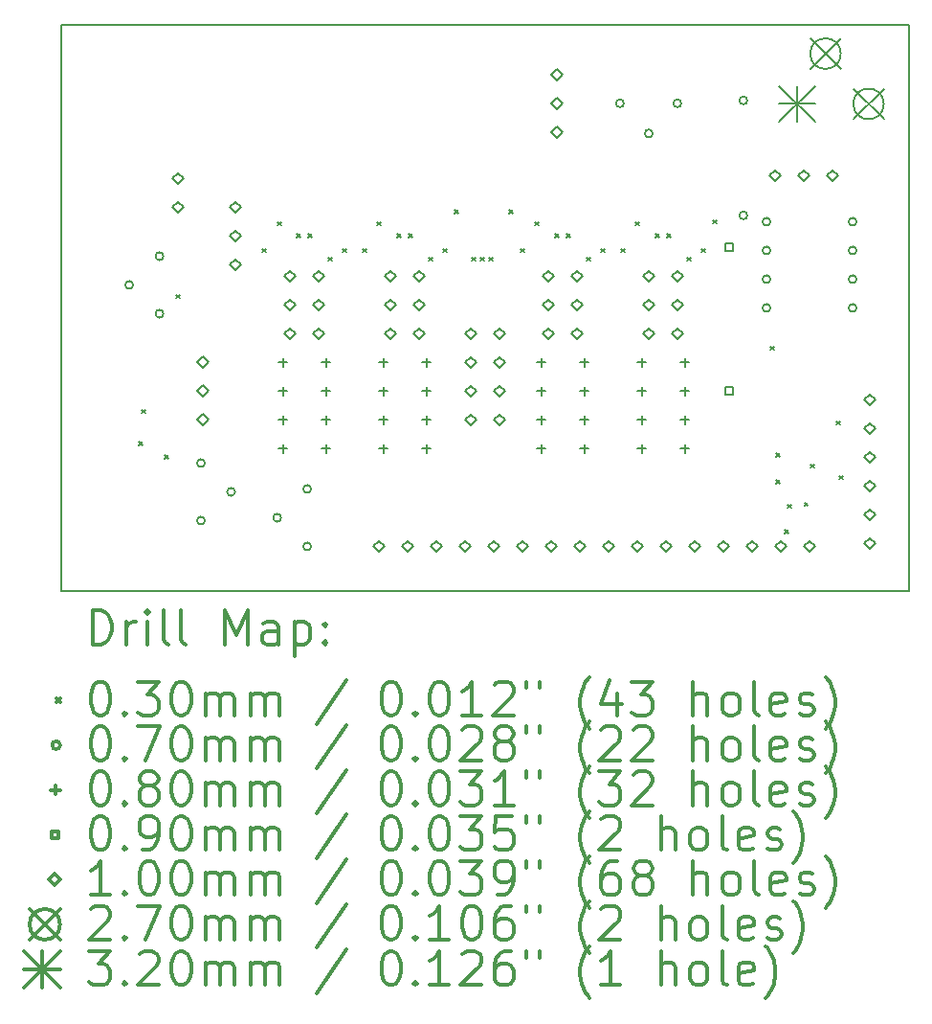
<source format=gbr>
%FSLAX45Y45*%
G04 Gerber Fmt 4.5, Leading zero omitted, Abs format (unit mm)*
G04 Created by KiCad (PCBNEW (5.0.2)-1) date 06/05/19 14:46:51*
%MOMM*%
%LPD*%
G01*
G04 APERTURE LIST*
%ADD10C,0.200000*%
%ADD11C,0.300000*%
G04 APERTURE END LIST*
D10*
X13094600Y-8366000D02*
X13094600Y-3366000D01*
X5594600Y-8366000D02*
X13094600Y-8366000D01*
X5594600Y-3366000D02*
X5594600Y-8366000D01*
X13094600Y-3366000D02*
X5594600Y-3366000D01*
D10*
X6282804Y-7051236D02*
X6312804Y-7081236D01*
X6312804Y-7051236D02*
X6282804Y-7081236D01*
X6309600Y-6766800D02*
X6339600Y-6796800D01*
X6339600Y-6766800D02*
X6309600Y-6796800D01*
X6512800Y-7167320D02*
X6542800Y-7197320D01*
X6542800Y-7167320D02*
X6512800Y-7197320D01*
X6614400Y-5750800D02*
X6644400Y-5780800D01*
X6644400Y-5750800D02*
X6614400Y-5780800D01*
X7376400Y-5344400D02*
X7406400Y-5374400D01*
X7406400Y-5344400D02*
X7376400Y-5374400D01*
X7512000Y-5107240D02*
X7542000Y-5137240D01*
X7542000Y-5107240D02*
X7512000Y-5137240D01*
X7681200Y-5213760D02*
X7711200Y-5243760D01*
X7711200Y-5213760D02*
X7681200Y-5243760D01*
X7782800Y-5213760D02*
X7812800Y-5243760D01*
X7812800Y-5213760D02*
X7782800Y-5243760D01*
X7960600Y-5420600D02*
X7990600Y-5450600D01*
X7990600Y-5420600D02*
X7960600Y-5450600D01*
X8087600Y-5344400D02*
X8117600Y-5374400D01*
X8117600Y-5344400D02*
X8087600Y-5374400D01*
X8265400Y-5344400D02*
X8295400Y-5374400D01*
X8295400Y-5344400D02*
X8265400Y-5374400D01*
X8392400Y-5107240D02*
X8422400Y-5137240D01*
X8422400Y-5107240D02*
X8392400Y-5137240D01*
X8570200Y-5213760D02*
X8600200Y-5243760D01*
X8600200Y-5213760D02*
X8570200Y-5243760D01*
X8671800Y-5213760D02*
X8701800Y-5243760D01*
X8701800Y-5213760D02*
X8671800Y-5243760D01*
X8849600Y-5420600D02*
X8879600Y-5450600D01*
X8879600Y-5420600D02*
X8849600Y-5450600D01*
X8976600Y-5344400D02*
X9006600Y-5374400D01*
X9006600Y-5344400D02*
X8976600Y-5374400D01*
X9078200Y-5002000D02*
X9108200Y-5032000D01*
X9108200Y-5002000D02*
X9078200Y-5032000D01*
X9230600Y-5420600D02*
X9260600Y-5450600D01*
X9260600Y-5420600D02*
X9230600Y-5450600D01*
X9306800Y-5420600D02*
X9336800Y-5450600D01*
X9336800Y-5420600D02*
X9306800Y-5450600D01*
X9383000Y-5420600D02*
X9413000Y-5450600D01*
X9413000Y-5420600D02*
X9383000Y-5450600D01*
X9560800Y-5002000D02*
X9590800Y-5032000D01*
X9590800Y-5002000D02*
X9560800Y-5032000D01*
X9662400Y-5344400D02*
X9692400Y-5374400D01*
X9692400Y-5344400D02*
X9662400Y-5374400D01*
X9789400Y-5107240D02*
X9819400Y-5137240D01*
X9819400Y-5107240D02*
X9789400Y-5137240D01*
X9967200Y-5213760D02*
X9997200Y-5243760D01*
X9997200Y-5213760D02*
X9967200Y-5243760D01*
X10068800Y-5213760D02*
X10098800Y-5243760D01*
X10098800Y-5213760D02*
X10068800Y-5243760D01*
X10246600Y-5420600D02*
X10276600Y-5450600D01*
X10276600Y-5420600D02*
X10246600Y-5450600D01*
X10373600Y-5344400D02*
X10403600Y-5374400D01*
X10403600Y-5344400D02*
X10373600Y-5374400D01*
X10551400Y-5344400D02*
X10581400Y-5374400D01*
X10581400Y-5344400D02*
X10551400Y-5374400D01*
X10678400Y-5107240D02*
X10708400Y-5137240D01*
X10708400Y-5107240D02*
X10678400Y-5137240D01*
X10856200Y-5213760D02*
X10886200Y-5243760D01*
X10886200Y-5213760D02*
X10856200Y-5243760D01*
X10957800Y-5213760D02*
X10987800Y-5243760D01*
X10987800Y-5213760D02*
X10957800Y-5243760D01*
X11135600Y-5420600D02*
X11165600Y-5450600D01*
X11165600Y-5420600D02*
X11135600Y-5450600D01*
X11262600Y-5344400D02*
X11292600Y-5374400D01*
X11292600Y-5344400D02*
X11262600Y-5374400D01*
X11364200Y-5090400D02*
X11394200Y-5120400D01*
X11394200Y-5090400D02*
X11364200Y-5120400D01*
X11872200Y-6208000D02*
X11902200Y-6238000D01*
X11902200Y-6208000D02*
X11872200Y-6238000D01*
X11921531Y-7150614D02*
X11951531Y-7180614D01*
X11951531Y-7150614D02*
X11921531Y-7180614D01*
X11923000Y-7387760D02*
X11953000Y-7417760D01*
X11953000Y-7387760D02*
X11923000Y-7417760D01*
X11997480Y-7830160D02*
X12027480Y-7860160D01*
X12027480Y-7830160D02*
X11997480Y-7860160D01*
X12024600Y-7605000D02*
X12054600Y-7635000D01*
X12054600Y-7605000D02*
X12024600Y-7635000D01*
X12169880Y-7589085D02*
X12199880Y-7619085D01*
X12199880Y-7589085D02*
X12169880Y-7619085D01*
X12227800Y-7249400D02*
X12257800Y-7279400D01*
X12257800Y-7249400D02*
X12227800Y-7279400D01*
X12456400Y-6868400D02*
X12486400Y-6898400D01*
X12486400Y-6868400D02*
X12456400Y-6898400D01*
X12481800Y-7351000D02*
X12511800Y-7381000D01*
X12511800Y-7351000D02*
X12481800Y-7381000D01*
X10573980Y-4059100D02*
G75*
G03X10573980Y-4059100I-35000J0D01*
G01*
X10827980Y-4325800D02*
G75*
G03X10827980Y-4325800I-35000J0D01*
G01*
X11081980Y-4059100D02*
G75*
G03X11081980Y-4059100I-35000J0D01*
G01*
X6232600Y-5664200D02*
G75*
G03X6232600Y-5664200I-35000J0D01*
G01*
X6499300Y-5410200D02*
G75*
G03X6499300Y-5410200I-35000J0D01*
G01*
X6499300Y-5918200D02*
G75*
G03X6499300Y-5918200I-35000J0D01*
G01*
X7540700Y-7721600D02*
G75*
G03X7540700Y-7721600I-35000J0D01*
G01*
X7807400Y-7467600D02*
G75*
G03X7807400Y-7467600I-35000J0D01*
G01*
X7807400Y-7975600D02*
G75*
G03X7807400Y-7975600I-35000J0D01*
G01*
X11871400Y-5105400D02*
G75*
G03X11871400Y-5105400I-35000J0D01*
G01*
X11871400Y-5359400D02*
G75*
G03X11871400Y-5359400I-35000J0D01*
G01*
X11871400Y-5613400D02*
G75*
G03X11871400Y-5613400I-35000J0D01*
G01*
X11871400Y-5867400D02*
G75*
G03X11871400Y-5867400I-35000J0D01*
G01*
X12633400Y-5105400D02*
G75*
G03X12633400Y-5105400I-35000J0D01*
G01*
X12633400Y-5359400D02*
G75*
G03X12633400Y-5359400I-35000J0D01*
G01*
X12633400Y-5613400D02*
G75*
G03X12633400Y-5613400I-35000J0D01*
G01*
X12633400Y-5867400D02*
G75*
G03X12633400Y-5867400I-35000J0D01*
G01*
X6865580Y-7239000D02*
G75*
G03X6865580Y-7239000I-35000J0D01*
G01*
X6865580Y-7747000D02*
G75*
G03X6865580Y-7747000I-35000J0D01*
G01*
X7132280Y-7493000D02*
G75*
G03X7132280Y-7493000I-35000J0D01*
G01*
X11666180Y-4033700D02*
G75*
G03X11666180Y-4033700I-35000J0D01*
G01*
X11666180Y-5049700D02*
G75*
G03X11666180Y-5049700I-35000J0D01*
G01*
X10731500Y-6310000D02*
X10731500Y-6390000D01*
X10691500Y-6350000D02*
X10771500Y-6350000D01*
X10731500Y-6564000D02*
X10731500Y-6644000D01*
X10691500Y-6604000D02*
X10771500Y-6604000D01*
X8445500Y-6818000D02*
X8445500Y-6898000D01*
X8405500Y-6858000D02*
X8485500Y-6858000D01*
X8445500Y-7072000D02*
X8445500Y-7152000D01*
X8405500Y-7112000D02*
X8485500Y-7112000D01*
X10223500Y-6310000D02*
X10223500Y-6390000D01*
X10183500Y-6350000D02*
X10263500Y-6350000D01*
X10223500Y-6564000D02*
X10223500Y-6644000D01*
X10183500Y-6604000D02*
X10263500Y-6604000D01*
X11112500Y-6310000D02*
X11112500Y-6390000D01*
X11072500Y-6350000D02*
X11152500Y-6350000D01*
X11112500Y-6564000D02*
X11112500Y-6644000D01*
X11072500Y-6604000D02*
X11152500Y-6604000D01*
X11112500Y-6818000D02*
X11112500Y-6898000D01*
X11072500Y-6858000D02*
X11152500Y-6858000D01*
X11112500Y-7072000D02*
X11112500Y-7152000D01*
X11072500Y-7112000D02*
X11152500Y-7112000D01*
X9842500Y-6310000D02*
X9842500Y-6390000D01*
X9802500Y-6350000D02*
X9882500Y-6350000D01*
X9842500Y-6564000D02*
X9842500Y-6644000D01*
X9802500Y-6604000D02*
X9882500Y-6604000D01*
X7937500Y-6310000D02*
X7937500Y-6390000D01*
X7897500Y-6350000D02*
X7977500Y-6350000D01*
X7937500Y-6564000D02*
X7937500Y-6644000D01*
X7897500Y-6604000D02*
X7977500Y-6604000D01*
X10223500Y-6818000D02*
X10223500Y-6898000D01*
X10183500Y-6858000D02*
X10263500Y-6858000D01*
X10223500Y-7072000D02*
X10223500Y-7152000D01*
X10183500Y-7112000D02*
X10263500Y-7112000D01*
X7937500Y-6818000D02*
X7937500Y-6898000D01*
X7897500Y-6858000D02*
X7977500Y-6858000D01*
X7937500Y-7072000D02*
X7937500Y-7152000D01*
X7897500Y-7112000D02*
X7977500Y-7112000D01*
X7556500Y-6310000D02*
X7556500Y-6390000D01*
X7516500Y-6350000D02*
X7596500Y-6350000D01*
X7556500Y-6564000D02*
X7556500Y-6644000D01*
X7516500Y-6604000D02*
X7596500Y-6604000D01*
X8445500Y-6310000D02*
X8445500Y-6390000D01*
X8405500Y-6350000D02*
X8485500Y-6350000D01*
X8445500Y-6564000D02*
X8445500Y-6644000D01*
X8405500Y-6604000D02*
X8485500Y-6604000D01*
X9842500Y-6818000D02*
X9842500Y-6898000D01*
X9802500Y-6858000D02*
X9882500Y-6858000D01*
X9842500Y-7072000D02*
X9842500Y-7152000D01*
X9802500Y-7112000D02*
X9882500Y-7112000D01*
X7556500Y-6818000D02*
X7556500Y-6898000D01*
X7516500Y-6858000D02*
X7596500Y-6858000D01*
X7556500Y-7072000D02*
X7556500Y-7152000D01*
X7516500Y-7112000D02*
X7596500Y-7112000D01*
X10731500Y-6818000D02*
X10731500Y-6898000D01*
X10691500Y-6858000D02*
X10771500Y-6858000D01*
X10731500Y-7072000D02*
X10731500Y-7152000D01*
X10691500Y-7112000D02*
X10771500Y-7112000D01*
X8826500Y-6818000D02*
X8826500Y-6898000D01*
X8786500Y-6858000D02*
X8866500Y-6858000D01*
X8826500Y-7072000D02*
X8826500Y-7152000D01*
X8786500Y-7112000D02*
X8866500Y-7112000D01*
X8826500Y-6310000D02*
X8826500Y-6390000D01*
X8786500Y-6350000D02*
X8866500Y-6350000D01*
X8826500Y-6564000D02*
X8826500Y-6644000D01*
X8786500Y-6604000D02*
X8866500Y-6604000D01*
X11536000Y-5360920D02*
X11536000Y-5297280D01*
X11472360Y-5297280D01*
X11472360Y-5360920D01*
X11536000Y-5360920D01*
X11536000Y-6630920D02*
X11536000Y-6567280D01*
X11472360Y-6567280D01*
X11472360Y-6630920D01*
X11536000Y-6630920D01*
X8407400Y-8025600D02*
X8457400Y-7975600D01*
X8407400Y-7925600D01*
X8357400Y-7975600D01*
X8407400Y-8025600D01*
X8661400Y-8025600D02*
X8711400Y-7975600D01*
X8661400Y-7925600D01*
X8611400Y-7975600D01*
X8661400Y-8025600D01*
X8915400Y-8025600D02*
X8965400Y-7975600D01*
X8915400Y-7925600D01*
X8865400Y-7975600D01*
X8915400Y-8025600D01*
X9169400Y-8025600D02*
X9219400Y-7975600D01*
X9169400Y-7925600D01*
X9119400Y-7975600D01*
X9169400Y-8025600D01*
X9423400Y-8025600D02*
X9473400Y-7975600D01*
X9423400Y-7925600D01*
X9373400Y-7975600D01*
X9423400Y-8025600D01*
X9677400Y-8025600D02*
X9727400Y-7975600D01*
X9677400Y-7925600D01*
X9627400Y-7975600D01*
X9677400Y-8025600D01*
X9931400Y-8025600D02*
X9981400Y-7975600D01*
X9931400Y-7925600D01*
X9881400Y-7975600D01*
X9931400Y-8025600D01*
X10185400Y-8025600D02*
X10235400Y-7975600D01*
X10185400Y-7925600D01*
X10135400Y-7975600D01*
X10185400Y-8025600D01*
X10439400Y-8025600D02*
X10489400Y-7975600D01*
X10439400Y-7925600D01*
X10389400Y-7975600D01*
X10439400Y-8025600D01*
X10693400Y-8025600D02*
X10743400Y-7975600D01*
X10693400Y-7925600D01*
X10643400Y-7975600D01*
X10693400Y-8025600D01*
X10947400Y-8025600D02*
X10997400Y-7975600D01*
X10947400Y-7925600D01*
X10897400Y-7975600D01*
X10947400Y-8025600D01*
X11201400Y-8025600D02*
X11251400Y-7975600D01*
X11201400Y-7925600D01*
X11151400Y-7975600D01*
X11201400Y-8025600D01*
X11455400Y-8025600D02*
X11505400Y-7975600D01*
X11455400Y-7925600D01*
X11405400Y-7975600D01*
X11455400Y-8025600D01*
X11709400Y-8025600D02*
X11759400Y-7975600D01*
X11709400Y-7925600D01*
X11659400Y-7975600D01*
X11709400Y-8025600D01*
X11963400Y-8025600D02*
X12013400Y-7975600D01*
X11963400Y-7925600D01*
X11913400Y-7975600D01*
X11963400Y-8025600D01*
X12217400Y-8025600D02*
X12267400Y-7975600D01*
X12217400Y-7925600D01*
X12167400Y-7975600D01*
X12217400Y-8025600D01*
X7620000Y-5638000D02*
X7670000Y-5588000D01*
X7620000Y-5538000D01*
X7570000Y-5588000D01*
X7620000Y-5638000D01*
X7620000Y-5892000D02*
X7670000Y-5842000D01*
X7620000Y-5792000D01*
X7570000Y-5842000D01*
X7620000Y-5892000D01*
X7620000Y-6146000D02*
X7670000Y-6096000D01*
X7620000Y-6046000D01*
X7570000Y-6096000D01*
X7620000Y-6146000D01*
X11049000Y-5638000D02*
X11099000Y-5588000D01*
X11049000Y-5538000D01*
X10999000Y-5588000D01*
X11049000Y-5638000D01*
X11049000Y-5892000D02*
X11099000Y-5842000D01*
X11049000Y-5792000D01*
X10999000Y-5842000D01*
X11049000Y-5892000D01*
X11049000Y-6146000D02*
X11099000Y-6096000D01*
X11049000Y-6046000D01*
X10999000Y-6096000D01*
X11049000Y-6146000D01*
X9980180Y-3855100D02*
X10030180Y-3805100D01*
X9980180Y-3755100D01*
X9930180Y-3805100D01*
X9980180Y-3855100D01*
X9980180Y-4109100D02*
X10030180Y-4059100D01*
X9980180Y-4009100D01*
X9930180Y-4059100D01*
X9980180Y-4109100D01*
X9980180Y-4363100D02*
X10030180Y-4313100D01*
X9980180Y-4263100D01*
X9930180Y-4313100D01*
X9980180Y-4363100D01*
X7137400Y-5028400D02*
X7187400Y-4978400D01*
X7137400Y-4928400D01*
X7087400Y-4978400D01*
X7137400Y-5028400D01*
X7137400Y-5282400D02*
X7187400Y-5232400D01*
X7137400Y-5182400D01*
X7087400Y-5232400D01*
X7137400Y-5282400D01*
X7137400Y-5536400D02*
X7187400Y-5486400D01*
X7137400Y-5436400D01*
X7087400Y-5486400D01*
X7137400Y-5536400D01*
X12750800Y-6730200D02*
X12800800Y-6680200D01*
X12750800Y-6630200D01*
X12700800Y-6680200D01*
X12750800Y-6730200D01*
X12750800Y-6984200D02*
X12800800Y-6934200D01*
X12750800Y-6884200D01*
X12700800Y-6934200D01*
X12750800Y-6984200D01*
X12750800Y-7238200D02*
X12800800Y-7188200D01*
X12750800Y-7138200D01*
X12700800Y-7188200D01*
X12750800Y-7238200D01*
X12750800Y-7492200D02*
X12800800Y-7442200D01*
X12750800Y-7392200D01*
X12700800Y-7442200D01*
X12750800Y-7492200D01*
X12750800Y-7746200D02*
X12800800Y-7696200D01*
X12750800Y-7646200D01*
X12700800Y-7696200D01*
X12750800Y-7746200D01*
X12750800Y-8000200D02*
X12800800Y-7950200D01*
X12750800Y-7900200D01*
X12700800Y-7950200D01*
X12750800Y-8000200D01*
X8763000Y-5638000D02*
X8813000Y-5588000D01*
X8763000Y-5538000D01*
X8713000Y-5588000D01*
X8763000Y-5638000D01*
X8763000Y-5892000D02*
X8813000Y-5842000D01*
X8763000Y-5792000D01*
X8713000Y-5842000D01*
X8763000Y-5892000D01*
X8763000Y-6146000D02*
X8813000Y-6096000D01*
X8763000Y-6046000D01*
X8713000Y-6096000D01*
X8763000Y-6146000D01*
X6629400Y-4774400D02*
X6679400Y-4724400D01*
X6629400Y-4674400D01*
X6579400Y-4724400D01*
X6629400Y-4774400D01*
X6629400Y-5028400D02*
X6679400Y-4978400D01*
X6629400Y-4928400D01*
X6579400Y-4978400D01*
X6629400Y-5028400D01*
X9906000Y-5638000D02*
X9956000Y-5588000D01*
X9906000Y-5538000D01*
X9856000Y-5588000D01*
X9906000Y-5638000D01*
X9906000Y-5892000D02*
X9956000Y-5842000D01*
X9906000Y-5792000D01*
X9856000Y-5842000D01*
X9906000Y-5892000D01*
X9906000Y-6146000D02*
X9956000Y-6096000D01*
X9906000Y-6046000D01*
X9856000Y-6096000D01*
X9906000Y-6146000D01*
X8509000Y-5638000D02*
X8559000Y-5588000D01*
X8509000Y-5538000D01*
X8459000Y-5588000D01*
X8509000Y-5638000D01*
X8509000Y-5892000D02*
X8559000Y-5842000D01*
X8509000Y-5792000D01*
X8459000Y-5842000D01*
X8509000Y-5892000D01*
X8509000Y-6146000D02*
X8559000Y-6096000D01*
X8509000Y-6046000D01*
X8459000Y-6096000D01*
X8509000Y-6146000D01*
X11912600Y-4749000D02*
X11962600Y-4699000D01*
X11912600Y-4649000D01*
X11862600Y-4699000D01*
X11912600Y-4749000D01*
X12166600Y-4749000D02*
X12216600Y-4699000D01*
X12166600Y-4649000D01*
X12116600Y-4699000D01*
X12166600Y-4749000D01*
X12420600Y-4749000D02*
X12470600Y-4699000D01*
X12420600Y-4649000D01*
X12370600Y-4699000D01*
X12420600Y-4749000D01*
X7874000Y-5638000D02*
X7924000Y-5588000D01*
X7874000Y-5538000D01*
X7824000Y-5588000D01*
X7874000Y-5638000D01*
X7874000Y-5892000D02*
X7924000Y-5842000D01*
X7874000Y-5792000D01*
X7824000Y-5842000D01*
X7874000Y-5892000D01*
X7874000Y-6146000D02*
X7924000Y-6096000D01*
X7874000Y-6046000D01*
X7824000Y-6096000D01*
X7874000Y-6146000D01*
X10795000Y-5638000D02*
X10845000Y-5588000D01*
X10795000Y-5538000D01*
X10745000Y-5588000D01*
X10795000Y-5638000D01*
X10795000Y-5892000D02*
X10845000Y-5842000D01*
X10795000Y-5792000D01*
X10745000Y-5842000D01*
X10795000Y-5892000D01*
X10795000Y-6146000D02*
X10845000Y-6096000D01*
X10795000Y-6046000D01*
X10745000Y-6096000D01*
X10795000Y-6146000D01*
X6845300Y-6395100D02*
X6895300Y-6345100D01*
X6845300Y-6295100D01*
X6795300Y-6345100D01*
X6845300Y-6395100D01*
X6845300Y-6649100D02*
X6895300Y-6599100D01*
X6845300Y-6549100D01*
X6795300Y-6599100D01*
X6845300Y-6649100D01*
X6845300Y-6903100D02*
X6895300Y-6853100D01*
X6845300Y-6803100D01*
X6795300Y-6853100D01*
X6845300Y-6903100D01*
X9220200Y-6146000D02*
X9270200Y-6096000D01*
X9220200Y-6046000D01*
X9170200Y-6096000D01*
X9220200Y-6146000D01*
X9220200Y-6400000D02*
X9270200Y-6350000D01*
X9220200Y-6300000D01*
X9170200Y-6350000D01*
X9220200Y-6400000D01*
X9220200Y-6654000D02*
X9270200Y-6604000D01*
X9220200Y-6554000D01*
X9170200Y-6604000D01*
X9220200Y-6654000D01*
X9220200Y-6908000D02*
X9270200Y-6858000D01*
X9220200Y-6808000D01*
X9170200Y-6858000D01*
X9220200Y-6908000D01*
X9474200Y-6146000D02*
X9524200Y-6096000D01*
X9474200Y-6046000D01*
X9424200Y-6096000D01*
X9474200Y-6146000D01*
X9474200Y-6400000D02*
X9524200Y-6350000D01*
X9474200Y-6300000D01*
X9424200Y-6350000D01*
X9474200Y-6400000D01*
X9474200Y-6654000D02*
X9524200Y-6604000D01*
X9474200Y-6554000D01*
X9424200Y-6604000D01*
X9474200Y-6654000D01*
X9474200Y-6908000D02*
X9524200Y-6858000D01*
X9474200Y-6808000D01*
X9424200Y-6858000D01*
X9474200Y-6908000D01*
X10160000Y-5638000D02*
X10210000Y-5588000D01*
X10160000Y-5538000D01*
X10110000Y-5588000D01*
X10160000Y-5638000D01*
X10160000Y-5892000D02*
X10210000Y-5842000D01*
X10160000Y-5792000D01*
X10110000Y-5842000D01*
X10160000Y-5892000D01*
X10160000Y-6146000D02*
X10210000Y-6096000D01*
X10160000Y-6046000D01*
X10110000Y-6096000D01*
X10160000Y-6146000D01*
X12222100Y-3484500D02*
X12492100Y-3754500D01*
X12492100Y-3484500D02*
X12222100Y-3754500D01*
X12492100Y-3619500D02*
G75*
G03X12492100Y-3619500I-135000J0D01*
G01*
X12603100Y-3929000D02*
X12873100Y-4199000D01*
X12873100Y-3929000D02*
X12603100Y-4199000D01*
X12873100Y-4064000D02*
G75*
G03X12873100Y-4064000I-135000J0D01*
G01*
X11943100Y-3904000D02*
X12263100Y-4224000D01*
X12263100Y-3904000D02*
X11943100Y-4224000D01*
X12103100Y-3904000D02*
X12103100Y-4224000D01*
X11943100Y-4064000D02*
X12263100Y-4064000D01*
D11*
X5871028Y-8841714D02*
X5871028Y-8541714D01*
X5942457Y-8541714D01*
X5985314Y-8556000D01*
X6013886Y-8584572D01*
X6028171Y-8613143D01*
X6042457Y-8670286D01*
X6042457Y-8713143D01*
X6028171Y-8770286D01*
X6013886Y-8798857D01*
X5985314Y-8827429D01*
X5942457Y-8841714D01*
X5871028Y-8841714D01*
X6171028Y-8841714D02*
X6171028Y-8641714D01*
X6171028Y-8698857D02*
X6185314Y-8670286D01*
X6199600Y-8656000D01*
X6228171Y-8641714D01*
X6256743Y-8641714D01*
X6356743Y-8841714D02*
X6356743Y-8641714D01*
X6356743Y-8541714D02*
X6342457Y-8556000D01*
X6356743Y-8570286D01*
X6371028Y-8556000D01*
X6356743Y-8541714D01*
X6356743Y-8570286D01*
X6542457Y-8841714D02*
X6513886Y-8827429D01*
X6499600Y-8798857D01*
X6499600Y-8541714D01*
X6699600Y-8841714D02*
X6671028Y-8827429D01*
X6656743Y-8798857D01*
X6656743Y-8541714D01*
X7042457Y-8841714D02*
X7042457Y-8541714D01*
X7142457Y-8756000D01*
X7242457Y-8541714D01*
X7242457Y-8841714D01*
X7513886Y-8841714D02*
X7513886Y-8684572D01*
X7499600Y-8656000D01*
X7471028Y-8641714D01*
X7413886Y-8641714D01*
X7385314Y-8656000D01*
X7513886Y-8827429D02*
X7485314Y-8841714D01*
X7413886Y-8841714D01*
X7385314Y-8827429D01*
X7371028Y-8798857D01*
X7371028Y-8770286D01*
X7385314Y-8741714D01*
X7413886Y-8727429D01*
X7485314Y-8727429D01*
X7513886Y-8713143D01*
X7656743Y-8641714D02*
X7656743Y-8941714D01*
X7656743Y-8656000D02*
X7685314Y-8641714D01*
X7742457Y-8641714D01*
X7771028Y-8656000D01*
X7785314Y-8670286D01*
X7799600Y-8698857D01*
X7799600Y-8784572D01*
X7785314Y-8813143D01*
X7771028Y-8827429D01*
X7742457Y-8841714D01*
X7685314Y-8841714D01*
X7656743Y-8827429D01*
X7928171Y-8813143D02*
X7942457Y-8827429D01*
X7928171Y-8841714D01*
X7913886Y-8827429D01*
X7928171Y-8813143D01*
X7928171Y-8841714D01*
X7928171Y-8656000D02*
X7942457Y-8670286D01*
X7928171Y-8684572D01*
X7913886Y-8670286D01*
X7928171Y-8656000D01*
X7928171Y-8684572D01*
X5554600Y-9321000D02*
X5584600Y-9351000D01*
X5584600Y-9321000D02*
X5554600Y-9351000D01*
X5928171Y-9171714D02*
X5956743Y-9171714D01*
X5985314Y-9186000D01*
X5999600Y-9200286D01*
X6013886Y-9228857D01*
X6028171Y-9286000D01*
X6028171Y-9357429D01*
X6013886Y-9414572D01*
X5999600Y-9443143D01*
X5985314Y-9457429D01*
X5956743Y-9471714D01*
X5928171Y-9471714D01*
X5899600Y-9457429D01*
X5885314Y-9443143D01*
X5871028Y-9414572D01*
X5856743Y-9357429D01*
X5856743Y-9286000D01*
X5871028Y-9228857D01*
X5885314Y-9200286D01*
X5899600Y-9186000D01*
X5928171Y-9171714D01*
X6156743Y-9443143D02*
X6171028Y-9457429D01*
X6156743Y-9471714D01*
X6142457Y-9457429D01*
X6156743Y-9443143D01*
X6156743Y-9471714D01*
X6271028Y-9171714D02*
X6456743Y-9171714D01*
X6356743Y-9286000D01*
X6399600Y-9286000D01*
X6428171Y-9300286D01*
X6442457Y-9314572D01*
X6456743Y-9343143D01*
X6456743Y-9414572D01*
X6442457Y-9443143D01*
X6428171Y-9457429D01*
X6399600Y-9471714D01*
X6313886Y-9471714D01*
X6285314Y-9457429D01*
X6271028Y-9443143D01*
X6642457Y-9171714D02*
X6671028Y-9171714D01*
X6699600Y-9186000D01*
X6713886Y-9200286D01*
X6728171Y-9228857D01*
X6742457Y-9286000D01*
X6742457Y-9357429D01*
X6728171Y-9414572D01*
X6713886Y-9443143D01*
X6699600Y-9457429D01*
X6671028Y-9471714D01*
X6642457Y-9471714D01*
X6613886Y-9457429D01*
X6599600Y-9443143D01*
X6585314Y-9414572D01*
X6571028Y-9357429D01*
X6571028Y-9286000D01*
X6585314Y-9228857D01*
X6599600Y-9200286D01*
X6613886Y-9186000D01*
X6642457Y-9171714D01*
X6871028Y-9471714D02*
X6871028Y-9271714D01*
X6871028Y-9300286D02*
X6885314Y-9286000D01*
X6913886Y-9271714D01*
X6956743Y-9271714D01*
X6985314Y-9286000D01*
X6999600Y-9314572D01*
X6999600Y-9471714D01*
X6999600Y-9314572D02*
X7013886Y-9286000D01*
X7042457Y-9271714D01*
X7085314Y-9271714D01*
X7113886Y-9286000D01*
X7128171Y-9314572D01*
X7128171Y-9471714D01*
X7271028Y-9471714D02*
X7271028Y-9271714D01*
X7271028Y-9300286D02*
X7285314Y-9286000D01*
X7313886Y-9271714D01*
X7356743Y-9271714D01*
X7385314Y-9286000D01*
X7399600Y-9314572D01*
X7399600Y-9471714D01*
X7399600Y-9314572D02*
X7413886Y-9286000D01*
X7442457Y-9271714D01*
X7485314Y-9271714D01*
X7513886Y-9286000D01*
X7528171Y-9314572D01*
X7528171Y-9471714D01*
X8113886Y-9157429D02*
X7856743Y-9543143D01*
X8499600Y-9171714D02*
X8528171Y-9171714D01*
X8556743Y-9186000D01*
X8571028Y-9200286D01*
X8585314Y-9228857D01*
X8599600Y-9286000D01*
X8599600Y-9357429D01*
X8585314Y-9414572D01*
X8571028Y-9443143D01*
X8556743Y-9457429D01*
X8528171Y-9471714D01*
X8499600Y-9471714D01*
X8471028Y-9457429D01*
X8456743Y-9443143D01*
X8442457Y-9414572D01*
X8428171Y-9357429D01*
X8428171Y-9286000D01*
X8442457Y-9228857D01*
X8456743Y-9200286D01*
X8471028Y-9186000D01*
X8499600Y-9171714D01*
X8728171Y-9443143D02*
X8742457Y-9457429D01*
X8728171Y-9471714D01*
X8713886Y-9457429D01*
X8728171Y-9443143D01*
X8728171Y-9471714D01*
X8928171Y-9171714D02*
X8956743Y-9171714D01*
X8985314Y-9186000D01*
X8999600Y-9200286D01*
X9013886Y-9228857D01*
X9028171Y-9286000D01*
X9028171Y-9357429D01*
X9013886Y-9414572D01*
X8999600Y-9443143D01*
X8985314Y-9457429D01*
X8956743Y-9471714D01*
X8928171Y-9471714D01*
X8899600Y-9457429D01*
X8885314Y-9443143D01*
X8871028Y-9414572D01*
X8856743Y-9357429D01*
X8856743Y-9286000D01*
X8871028Y-9228857D01*
X8885314Y-9200286D01*
X8899600Y-9186000D01*
X8928171Y-9171714D01*
X9313886Y-9471714D02*
X9142457Y-9471714D01*
X9228171Y-9471714D02*
X9228171Y-9171714D01*
X9199600Y-9214572D01*
X9171028Y-9243143D01*
X9142457Y-9257429D01*
X9428171Y-9200286D02*
X9442457Y-9186000D01*
X9471028Y-9171714D01*
X9542457Y-9171714D01*
X9571028Y-9186000D01*
X9585314Y-9200286D01*
X9599600Y-9228857D01*
X9599600Y-9257429D01*
X9585314Y-9300286D01*
X9413886Y-9471714D01*
X9599600Y-9471714D01*
X9713886Y-9171714D02*
X9713886Y-9228857D01*
X9828171Y-9171714D02*
X9828171Y-9228857D01*
X10271028Y-9586000D02*
X10256743Y-9571714D01*
X10228171Y-9528857D01*
X10213886Y-9500286D01*
X10199600Y-9457429D01*
X10185314Y-9386000D01*
X10185314Y-9328857D01*
X10199600Y-9257429D01*
X10213886Y-9214572D01*
X10228171Y-9186000D01*
X10256743Y-9143143D01*
X10271028Y-9128857D01*
X10513886Y-9271714D02*
X10513886Y-9471714D01*
X10442457Y-9157429D02*
X10371028Y-9371714D01*
X10556743Y-9371714D01*
X10642457Y-9171714D02*
X10828171Y-9171714D01*
X10728171Y-9286000D01*
X10771028Y-9286000D01*
X10799600Y-9300286D01*
X10813886Y-9314572D01*
X10828171Y-9343143D01*
X10828171Y-9414572D01*
X10813886Y-9443143D01*
X10799600Y-9457429D01*
X10771028Y-9471714D01*
X10685314Y-9471714D01*
X10656743Y-9457429D01*
X10642457Y-9443143D01*
X11185314Y-9471714D02*
X11185314Y-9171714D01*
X11313886Y-9471714D02*
X11313886Y-9314572D01*
X11299600Y-9286000D01*
X11271028Y-9271714D01*
X11228171Y-9271714D01*
X11199600Y-9286000D01*
X11185314Y-9300286D01*
X11499600Y-9471714D02*
X11471028Y-9457429D01*
X11456743Y-9443143D01*
X11442457Y-9414572D01*
X11442457Y-9328857D01*
X11456743Y-9300286D01*
X11471028Y-9286000D01*
X11499600Y-9271714D01*
X11542457Y-9271714D01*
X11571028Y-9286000D01*
X11585314Y-9300286D01*
X11599600Y-9328857D01*
X11599600Y-9414572D01*
X11585314Y-9443143D01*
X11571028Y-9457429D01*
X11542457Y-9471714D01*
X11499600Y-9471714D01*
X11771028Y-9471714D02*
X11742457Y-9457429D01*
X11728171Y-9428857D01*
X11728171Y-9171714D01*
X11999600Y-9457429D02*
X11971028Y-9471714D01*
X11913886Y-9471714D01*
X11885314Y-9457429D01*
X11871028Y-9428857D01*
X11871028Y-9314572D01*
X11885314Y-9286000D01*
X11913886Y-9271714D01*
X11971028Y-9271714D01*
X11999600Y-9286000D01*
X12013886Y-9314572D01*
X12013886Y-9343143D01*
X11871028Y-9371714D01*
X12128171Y-9457429D02*
X12156743Y-9471714D01*
X12213886Y-9471714D01*
X12242457Y-9457429D01*
X12256743Y-9428857D01*
X12256743Y-9414572D01*
X12242457Y-9386000D01*
X12213886Y-9371714D01*
X12171028Y-9371714D01*
X12142457Y-9357429D01*
X12128171Y-9328857D01*
X12128171Y-9314572D01*
X12142457Y-9286000D01*
X12171028Y-9271714D01*
X12213886Y-9271714D01*
X12242457Y-9286000D01*
X12356743Y-9586000D02*
X12371028Y-9571714D01*
X12399600Y-9528857D01*
X12413886Y-9500286D01*
X12428171Y-9457429D01*
X12442457Y-9386000D01*
X12442457Y-9328857D01*
X12428171Y-9257429D01*
X12413886Y-9214572D01*
X12399600Y-9186000D01*
X12371028Y-9143143D01*
X12356743Y-9128857D01*
X5584600Y-9732000D02*
G75*
G03X5584600Y-9732000I-35000J0D01*
G01*
X5928171Y-9567714D02*
X5956743Y-9567714D01*
X5985314Y-9582000D01*
X5999600Y-9596286D01*
X6013886Y-9624857D01*
X6028171Y-9682000D01*
X6028171Y-9753429D01*
X6013886Y-9810572D01*
X5999600Y-9839143D01*
X5985314Y-9853429D01*
X5956743Y-9867714D01*
X5928171Y-9867714D01*
X5899600Y-9853429D01*
X5885314Y-9839143D01*
X5871028Y-9810572D01*
X5856743Y-9753429D01*
X5856743Y-9682000D01*
X5871028Y-9624857D01*
X5885314Y-9596286D01*
X5899600Y-9582000D01*
X5928171Y-9567714D01*
X6156743Y-9839143D02*
X6171028Y-9853429D01*
X6156743Y-9867714D01*
X6142457Y-9853429D01*
X6156743Y-9839143D01*
X6156743Y-9867714D01*
X6271028Y-9567714D02*
X6471028Y-9567714D01*
X6342457Y-9867714D01*
X6642457Y-9567714D02*
X6671028Y-9567714D01*
X6699600Y-9582000D01*
X6713886Y-9596286D01*
X6728171Y-9624857D01*
X6742457Y-9682000D01*
X6742457Y-9753429D01*
X6728171Y-9810572D01*
X6713886Y-9839143D01*
X6699600Y-9853429D01*
X6671028Y-9867714D01*
X6642457Y-9867714D01*
X6613886Y-9853429D01*
X6599600Y-9839143D01*
X6585314Y-9810572D01*
X6571028Y-9753429D01*
X6571028Y-9682000D01*
X6585314Y-9624857D01*
X6599600Y-9596286D01*
X6613886Y-9582000D01*
X6642457Y-9567714D01*
X6871028Y-9867714D02*
X6871028Y-9667714D01*
X6871028Y-9696286D02*
X6885314Y-9682000D01*
X6913886Y-9667714D01*
X6956743Y-9667714D01*
X6985314Y-9682000D01*
X6999600Y-9710572D01*
X6999600Y-9867714D01*
X6999600Y-9710572D02*
X7013886Y-9682000D01*
X7042457Y-9667714D01*
X7085314Y-9667714D01*
X7113886Y-9682000D01*
X7128171Y-9710572D01*
X7128171Y-9867714D01*
X7271028Y-9867714D02*
X7271028Y-9667714D01*
X7271028Y-9696286D02*
X7285314Y-9682000D01*
X7313886Y-9667714D01*
X7356743Y-9667714D01*
X7385314Y-9682000D01*
X7399600Y-9710572D01*
X7399600Y-9867714D01*
X7399600Y-9710572D02*
X7413886Y-9682000D01*
X7442457Y-9667714D01*
X7485314Y-9667714D01*
X7513886Y-9682000D01*
X7528171Y-9710572D01*
X7528171Y-9867714D01*
X8113886Y-9553429D02*
X7856743Y-9939143D01*
X8499600Y-9567714D02*
X8528171Y-9567714D01*
X8556743Y-9582000D01*
X8571028Y-9596286D01*
X8585314Y-9624857D01*
X8599600Y-9682000D01*
X8599600Y-9753429D01*
X8585314Y-9810572D01*
X8571028Y-9839143D01*
X8556743Y-9853429D01*
X8528171Y-9867714D01*
X8499600Y-9867714D01*
X8471028Y-9853429D01*
X8456743Y-9839143D01*
X8442457Y-9810572D01*
X8428171Y-9753429D01*
X8428171Y-9682000D01*
X8442457Y-9624857D01*
X8456743Y-9596286D01*
X8471028Y-9582000D01*
X8499600Y-9567714D01*
X8728171Y-9839143D02*
X8742457Y-9853429D01*
X8728171Y-9867714D01*
X8713886Y-9853429D01*
X8728171Y-9839143D01*
X8728171Y-9867714D01*
X8928171Y-9567714D02*
X8956743Y-9567714D01*
X8985314Y-9582000D01*
X8999600Y-9596286D01*
X9013886Y-9624857D01*
X9028171Y-9682000D01*
X9028171Y-9753429D01*
X9013886Y-9810572D01*
X8999600Y-9839143D01*
X8985314Y-9853429D01*
X8956743Y-9867714D01*
X8928171Y-9867714D01*
X8899600Y-9853429D01*
X8885314Y-9839143D01*
X8871028Y-9810572D01*
X8856743Y-9753429D01*
X8856743Y-9682000D01*
X8871028Y-9624857D01*
X8885314Y-9596286D01*
X8899600Y-9582000D01*
X8928171Y-9567714D01*
X9142457Y-9596286D02*
X9156743Y-9582000D01*
X9185314Y-9567714D01*
X9256743Y-9567714D01*
X9285314Y-9582000D01*
X9299600Y-9596286D01*
X9313886Y-9624857D01*
X9313886Y-9653429D01*
X9299600Y-9696286D01*
X9128171Y-9867714D01*
X9313886Y-9867714D01*
X9485314Y-9696286D02*
X9456743Y-9682000D01*
X9442457Y-9667714D01*
X9428171Y-9639143D01*
X9428171Y-9624857D01*
X9442457Y-9596286D01*
X9456743Y-9582000D01*
X9485314Y-9567714D01*
X9542457Y-9567714D01*
X9571028Y-9582000D01*
X9585314Y-9596286D01*
X9599600Y-9624857D01*
X9599600Y-9639143D01*
X9585314Y-9667714D01*
X9571028Y-9682000D01*
X9542457Y-9696286D01*
X9485314Y-9696286D01*
X9456743Y-9710572D01*
X9442457Y-9724857D01*
X9428171Y-9753429D01*
X9428171Y-9810572D01*
X9442457Y-9839143D01*
X9456743Y-9853429D01*
X9485314Y-9867714D01*
X9542457Y-9867714D01*
X9571028Y-9853429D01*
X9585314Y-9839143D01*
X9599600Y-9810572D01*
X9599600Y-9753429D01*
X9585314Y-9724857D01*
X9571028Y-9710572D01*
X9542457Y-9696286D01*
X9713886Y-9567714D02*
X9713886Y-9624857D01*
X9828171Y-9567714D02*
X9828171Y-9624857D01*
X10271028Y-9982000D02*
X10256743Y-9967714D01*
X10228171Y-9924857D01*
X10213886Y-9896286D01*
X10199600Y-9853429D01*
X10185314Y-9782000D01*
X10185314Y-9724857D01*
X10199600Y-9653429D01*
X10213886Y-9610572D01*
X10228171Y-9582000D01*
X10256743Y-9539143D01*
X10271028Y-9524857D01*
X10371028Y-9596286D02*
X10385314Y-9582000D01*
X10413886Y-9567714D01*
X10485314Y-9567714D01*
X10513886Y-9582000D01*
X10528171Y-9596286D01*
X10542457Y-9624857D01*
X10542457Y-9653429D01*
X10528171Y-9696286D01*
X10356743Y-9867714D01*
X10542457Y-9867714D01*
X10656743Y-9596286D02*
X10671028Y-9582000D01*
X10699600Y-9567714D01*
X10771028Y-9567714D01*
X10799600Y-9582000D01*
X10813886Y-9596286D01*
X10828171Y-9624857D01*
X10828171Y-9653429D01*
X10813886Y-9696286D01*
X10642457Y-9867714D01*
X10828171Y-9867714D01*
X11185314Y-9867714D02*
X11185314Y-9567714D01*
X11313886Y-9867714D02*
X11313886Y-9710572D01*
X11299600Y-9682000D01*
X11271028Y-9667714D01*
X11228171Y-9667714D01*
X11199600Y-9682000D01*
X11185314Y-9696286D01*
X11499600Y-9867714D02*
X11471028Y-9853429D01*
X11456743Y-9839143D01*
X11442457Y-9810572D01*
X11442457Y-9724857D01*
X11456743Y-9696286D01*
X11471028Y-9682000D01*
X11499600Y-9667714D01*
X11542457Y-9667714D01*
X11571028Y-9682000D01*
X11585314Y-9696286D01*
X11599600Y-9724857D01*
X11599600Y-9810572D01*
X11585314Y-9839143D01*
X11571028Y-9853429D01*
X11542457Y-9867714D01*
X11499600Y-9867714D01*
X11771028Y-9867714D02*
X11742457Y-9853429D01*
X11728171Y-9824857D01*
X11728171Y-9567714D01*
X11999600Y-9853429D02*
X11971028Y-9867714D01*
X11913886Y-9867714D01*
X11885314Y-9853429D01*
X11871028Y-9824857D01*
X11871028Y-9710572D01*
X11885314Y-9682000D01*
X11913886Y-9667714D01*
X11971028Y-9667714D01*
X11999600Y-9682000D01*
X12013886Y-9710572D01*
X12013886Y-9739143D01*
X11871028Y-9767714D01*
X12128171Y-9853429D02*
X12156743Y-9867714D01*
X12213886Y-9867714D01*
X12242457Y-9853429D01*
X12256743Y-9824857D01*
X12256743Y-9810572D01*
X12242457Y-9782000D01*
X12213886Y-9767714D01*
X12171028Y-9767714D01*
X12142457Y-9753429D01*
X12128171Y-9724857D01*
X12128171Y-9710572D01*
X12142457Y-9682000D01*
X12171028Y-9667714D01*
X12213886Y-9667714D01*
X12242457Y-9682000D01*
X12356743Y-9982000D02*
X12371028Y-9967714D01*
X12399600Y-9924857D01*
X12413886Y-9896286D01*
X12428171Y-9853429D01*
X12442457Y-9782000D01*
X12442457Y-9724857D01*
X12428171Y-9653429D01*
X12413886Y-9610572D01*
X12399600Y-9582000D01*
X12371028Y-9539143D01*
X12356743Y-9524857D01*
X5544600Y-10088000D02*
X5544600Y-10168000D01*
X5504600Y-10128000D02*
X5584600Y-10128000D01*
X5928171Y-9963714D02*
X5956743Y-9963714D01*
X5985314Y-9978000D01*
X5999600Y-9992286D01*
X6013886Y-10020857D01*
X6028171Y-10078000D01*
X6028171Y-10149429D01*
X6013886Y-10206572D01*
X5999600Y-10235143D01*
X5985314Y-10249429D01*
X5956743Y-10263714D01*
X5928171Y-10263714D01*
X5899600Y-10249429D01*
X5885314Y-10235143D01*
X5871028Y-10206572D01*
X5856743Y-10149429D01*
X5856743Y-10078000D01*
X5871028Y-10020857D01*
X5885314Y-9992286D01*
X5899600Y-9978000D01*
X5928171Y-9963714D01*
X6156743Y-10235143D02*
X6171028Y-10249429D01*
X6156743Y-10263714D01*
X6142457Y-10249429D01*
X6156743Y-10235143D01*
X6156743Y-10263714D01*
X6342457Y-10092286D02*
X6313886Y-10078000D01*
X6299600Y-10063714D01*
X6285314Y-10035143D01*
X6285314Y-10020857D01*
X6299600Y-9992286D01*
X6313886Y-9978000D01*
X6342457Y-9963714D01*
X6399600Y-9963714D01*
X6428171Y-9978000D01*
X6442457Y-9992286D01*
X6456743Y-10020857D01*
X6456743Y-10035143D01*
X6442457Y-10063714D01*
X6428171Y-10078000D01*
X6399600Y-10092286D01*
X6342457Y-10092286D01*
X6313886Y-10106572D01*
X6299600Y-10120857D01*
X6285314Y-10149429D01*
X6285314Y-10206572D01*
X6299600Y-10235143D01*
X6313886Y-10249429D01*
X6342457Y-10263714D01*
X6399600Y-10263714D01*
X6428171Y-10249429D01*
X6442457Y-10235143D01*
X6456743Y-10206572D01*
X6456743Y-10149429D01*
X6442457Y-10120857D01*
X6428171Y-10106572D01*
X6399600Y-10092286D01*
X6642457Y-9963714D02*
X6671028Y-9963714D01*
X6699600Y-9978000D01*
X6713886Y-9992286D01*
X6728171Y-10020857D01*
X6742457Y-10078000D01*
X6742457Y-10149429D01*
X6728171Y-10206572D01*
X6713886Y-10235143D01*
X6699600Y-10249429D01*
X6671028Y-10263714D01*
X6642457Y-10263714D01*
X6613886Y-10249429D01*
X6599600Y-10235143D01*
X6585314Y-10206572D01*
X6571028Y-10149429D01*
X6571028Y-10078000D01*
X6585314Y-10020857D01*
X6599600Y-9992286D01*
X6613886Y-9978000D01*
X6642457Y-9963714D01*
X6871028Y-10263714D02*
X6871028Y-10063714D01*
X6871028Y-10092286D02*
X6885314Y-10078000D01*
X6913886Y-10063714D01*
X6956743Y-10063714D01*
X6985314Y-10078000D01*
X6999600Y-10106572D01*
X6999600Y-10263714D01*
X6999600Y-10106572D02*
X7013886Y-10078000D01*
X7042457Y-10063714D01*
X7085314Y-10063714D01*
X7113886Y-10078000D01*
X7128171Y-10106572D01*
X7128171Y-10263714D01*
X7271028Y-10263714D02*
X7271028Y-10063714D01*
X7271028Y-10092286D02*
X7285314Y-10078000D01*
X7313886Y-10063714D01*
X7356743Y-10063714D01*
X7385314Y-10078000D01*
X7399600Y-10106572D01*
X7399600Y-10263714D01*
X7399600Y-10106572D02*
X7413886Y-10078000D01*
X7442457Y-10063714D01*
X7485314Y-10063714D01*
X7513886Y-10078000D01*
X7528171Y-10106572D01*
X7528171Y-10263714D01*
X8113886Y-9949429D02*
X7856743Y-10335143D01*
X8499600Y-9963714D02*
X8528171Y-9963714D01*
X8556743Y-9978000D01*
X8571028Y-9992286D01*
X8585314Y-10020857D01*
X8599600Y-10078000D01*
X8599600Y-10149429D01*
X8585314Y-10206572D01*
X8571028Y-10235143D01*
X8556743Y-10249429D01*
X8528171Y-10263714D01*
X8499600Y-10263714D01*
X8471028Y-10249429D01*
X8456743Y-10235143D01*
X8442457Y-10206572D01*
X8428171Y-10149429D01*
X8428171Y-10078000D01*
X8442457Y-10020857D01*
X8456743Y-9992286D01*
X8471028Y-9978000D01*
X8499600Y-9963714D01*
X8728171Y-10235143D02*
X8742457Y-10249429D01*
X8728171Y-10263714D01*
X8713886Y-10249429D01*
X8728171Y-10235143D01*
X8728171Y-10263714D01*
X8928171Y-9963714D02*
X8956743Y-9963714D01*
X8985314Y-9978000D01*
X8999600Y-9992286D01*
X9013886Y-10020857D01*
X9028171Y-10078000D01*
X9028171Y-10149429D01*
X9013886Y-10206572D01*
X8999600Y-10235143D01*
X8985314Y-10249429D01*
X8956743Y-10263714D01*
X8928171Y-10263714D01*
X8899600Y-10249429D01*
X8885314Y-10235143D01*
X8871028Y-10206572D01*
X8856743Y-10149429D01*
X8856743Y-10078000D01*
X8871028Y-10020857D01*
X8885314Y-9992286D01*
X8899600Y-9978000D01*
X8928171Y-9963714D01*
X9128171Y-9963714D02*
X9313886Y-9963714D01*
X9213886Y-10078000D01*
X9256743Y-10078000D01*
X9285314Y-10092286D01*
X9299600Y-10106572D01*
X9313886Y-10135143D01*
X9313886Y-10206572D01*
X9299600Y-10235143D01*
X9285314Y-10249429D01*
X9256743Y-10263714D01*
X9171028Y-10263714D01*
X9142457Y-10249429D01*
X9128171Y-10235143D01*
X9599600Y-10263714D02*
X9428171Y-10263714D01*
X9513886Y-10263714D02*
X9513886Y-9963714D01*
X9485314Y-10006572D01*
X9456743Y-10035143D01*
X9428171Y-10049429D01*
X9713886Y-9963714D02*
X9713886Y-10020857D01*
X9828171Y-9963714D02*
X9828171Y-10020857D01*
X10271028Y-10378000D02*
X10256743Y-10363714D01*
X10228171Y-10320857D01*
X10213886Y-10292286D01*
X10199600Y-10249429D01*
X10185314Y-10178000D01*
X10185314Y-10120857D01*
X10199600Y-10049429D01*
X10213886Y-10006572D01*
X10228171Y-9978000D01*
X10256743Y-9935143D01*
X10271028Y-9920857D01*
X10356743Y-9963714D02*
X10542457Y-9963714D01*
X10442457Y-10078000D01*
X10485314Y-10078000D01*
X10513886Y-10092286D01*
X10528171Y-10106572D01*
X10542457Y-10135143D01*
X10542457Y-10206572D01*
X10528171Y-10235143D01*
X10513886Y-10249429D01*
X10485314Y-10263714D01*
X10399600Y-10263714D01*
X10371028Y-10249429D01*
X10356743Y-10235143D01*
X10656743Y-9992286D02*
X10671028Y-9978000D01*
X10699600Y-9963714D01*
X10771028Y-9963714D01*
X10799600Y-9978000D01*
X10813886Y-9992286D01*
X10828171Y-10020857D01*
X10828171Y-10049429D01*
X10813886Y-10092286D01*
X10642457Y-10263714D01*
X10828171Y-10263714D01*
X11185314Y-10263714D02*
X11185314Y-9963714D01*
X11313886Y-10263714D02*
X11313886Y-10106572D01*
X11299600Y-10078000D01*
X11271028Y-10063714D01*
X11228171Y-10063714D01*
X11199600Y-10078000D01*
X11185314Y-10092286D01*
X11499600Y-10263714D02*
X11471028Y-10249429D01*
X11456743Y-10235143D01*
X11442457Y-10206572D01*
X11442457Y-10120857D01*
X11456743Y-10092286D01*
X11471028Y-10078000D01*
X11499600Y-10063714D01*
X11542457Y-10063714D01*
X11571028Y-10078000D01*
X11585314Y-10092286D01*
X11599600Y-10120857D01*
X11599600Y-10206572D01*
X11585314Y-10235143D01*
X11571028Y-10249429D01*
X11542457Y-10263714D01*
X11499600Y-10263714D01*
X11771028Y-10263714D02*
X11742457Y-10249429D01*
X11728171Y-10220857D01*
X11728171Y-9963714D01*
X11999600Y-10249429D02*
X11971028Y-10263714D01*
X11913886Y-10263714D01*
X11885314Y-10249429D01*
X11871028Y-10220857D01*
X11871028Y-10106572D01*
X11885314Y-10078000D01*
X11913886Y-10063714D01*
X11971028Y-10063714D01*
X11999600Y-10078000D01*
X12013886Y-10106572D01*
X12013886Y-10135143D01*
X11871028Y-10163714D01*
X12128171Y-10249429D02*
X12156743Y-10263714D01*
X12213886Y-10263714D01*
X12242457Y-10249429D01*
X12256743Y-10220857D01*
X12256743Y-10206572D01*
X12242457Y-10178000D01*
X12213886Y-10163714D01*
X12171028Y-10163714D01*
X12142457Y-10149429D01*
X12128171Y-10120857D01*
X12128171Y-10106572D01*
X12142457Y-10078000D01*
X12171028Y-10063714D01*
X12213886Y-10063714D01*
X12242457Y-10078000D01*
X12356743Y-10378000D02*
X12371028Y-10363714D01*
X12399600Y-10320857D01*
X12413886Y-10292286D01*
X12428171Y-10249429D01*
X12442457Y-10178000D01*
X12442457Y-10120857D01*
X12428171Y-10049429D01*
X12413886Y-10006572D01*
X12399600Y-9978000D01*
X12371028Y-9935143D01*
X12356743Y-9920857D01*
X5571420Y-10555820D02*
X5571420Y-10492180D01*
X5507780Y-10492180D01*
X5507780Y-10555820D01*
X5571420Y-10555820D01*
X5928171Y-10359714D02*
X5956743Y-10359714D01*
X5985314Y-10374000D01*
X5999600Y-10388286D01*
X6013886Y-10416857D01*
X6028171Y-10474000D01*
X6028171Y-10545429D01*
X6013886Y-10602572D01*
X5999600Y-10631143D01*
X5985314Y-10645429D01*
X5956743Y-10659714D01*
X5928171Y-10659714D01*
X5899600Y-10645429D01*
X5885314Y-10631143D01*
X5871028Y-10602572D01*
X5856743Y-10545429D01*
X5856743Y-10474000D01*
X5871028Y-10416857D01*
X5885314Y-10388286D01*
X5899600Y-10374000D01*
X5928171Y-10359714D01*
X6156743Y-10631143D02*
X6171028Y-10645429D01*
X6156743Y-10659714D01*
X6142457Y-10645429D01*
X6156743Y-10631143D01*
X6156743Y-10659714D01*
X6313886Y-10659714D02*
X6371028Y-10659714D01*
X6399600Y-10645429D01*
X6413886Y-10631143D01*
X6442457Y-10588286D01*
X6456743Y-10531143D01*
X6456743Y-10416857D01*
X6442457Y-10388286D01*
X6428171Y-10374000D01*
X6399600Y-10359714D01*
X6342457Y-10359714D01*
X6313886Y-10374000D01*
X6299600Y-10388286D01*
X6285314Y-10416857D01*
X6285314Y-10488286D01*
X6299600Y-10516857D01*
X6313886Y-10531143D01*
X6342457Y-10545429D01*
X6399600Y-10545429D01*
X6428171Y-10531143D01*
X6442457Y-10516857D01*
X6456743Y-10488286D01*
X6642457Y-10359714D02*
X6671028Y-10359714D01*
X6699600Y-10374000D01*
X6713886Y-10388286D01*
X6728171Y-10416857D01*
X6742457Y-10474000D01*
X6742457Y-10545429D01*
X6728171Y-10602572D01*
X6713886Y-10631143D01*
X6699600Y-10645429D01*
X6671028Y-10659714D01*
X6642457Y-10659714D01*
X6613886Y-10645429D01*
X6599600Y-10631143D01*
X6585314Y-10602572D01*
X6571028Y-10545429D01*
X6571028Y-10474000D01*
X6585314Y-10416857D01*
X6599600Y-10388286D01*
X6613886Y-10374000D01*
X6642457Y-10359714D01*
X6871028Y-10659714D02*
X6871028Y-10459714D01*
X6871028Y-10488286D02*
X6885314Y-10474000D01*
X6913886Y-10459714D01*
X6956743Y-10459714D01*
X6985314Y-10474000D01*
X6999600Y-10502572D01*
X6999600Y-10659714D01*
X6999600Y-10502572D02*
X7013886Y-10474000D01*
X7042457Y-10459714D01*
X7085314Y-10459714D01*
X7113886Y-10474000D01*
X7128171Y-10502572D01*
X7128171Y-10659714D01*
X7271028Y-10659714D02*
X7271028Y-10459714D01*
X7271028Y-10488286D02*
X7285314Y-10474000D01*
X7313886Y-10459714D01*
X7356743Y-10459714D01*
X7385314Y-10474000D01*
X7399600Y-10502572D01*
X7399600Y-10659714D01*
X7399600Y-10502572D02*
X7413886Y-10474000D01*
X7442457Y-10459714D01*
X7485314Y-10459714D01*
X7513886Y-10474000D01*
X7528171Y-10502572D01*
X7528171Y-10659714D01*
X8113886Y-10345429D02*
X7856743Y-10731143D01*
X8499600Y-10359714D02*
X8528171Y-10359714D01*
X8556743Y-10374000D01*
X8571028Y-10388286D01*
X8585314Y-10416857D01*
X8599600Y-10474000D01*
X8599600Y-10545429D01*
X8585314Y-10602572D01*
X8571028Y-10631143D01*
X8556743Y-10645429D01*
X8528171Y-10659714D01*
X8499600Y-10659714D01*
X8471028Y-10645429D01*
X8456743Y-10631143D01*
X8442457Y-10602572D01*
X8428171Y-10545429D01*
X8428171Y-10474000D01*
X8442457Y-10416857D01*
X8456743Y-10388286D01*
X8471028Y-10374000D01*
X8499600Y-10359714D01*
X8728171Y-10631143D02*
X8742457Y-10645429D01*
X8728171Y-10659714D01*
X8713886Y-10645429D01*
X8728171Y-10631143D01*
X8728171Y-10659714D01*
X8928171Y-10359714D02*
X8956743Y-10359714D01*
X8985314Y-10374000D01*
X8999600Y-10388286D01*
X9013886Y-10416857D01*
X9028171Y-10474000D01*
X9028171Y-10545429D01*
X9013886Y-10602572D01*
X8999600Y-10631143D01*
X8985314Y-10645429D01*
X8956743Y-10659714D01*
X8928171Y-10659714D01*
X8899600Y-10645429D01*
X8885314Y-10631143D01*
X8871028Y-10602572D01*
X8856743Y-10545429D01*
X8856743Y-10474000D01*
X8871028Y-10416857D01*
X8885314Y-10388286D01*
X8899600Y-10374000D01*
X8928171Y-10359714D01*
X9128171Y-10359714D02*
X9313886Y-10359714D01*
X9213886Y-10474000D01*
X9256743Y-10474000D01*
X9285314Y-10488286D01*
X9299600Y-10502572D01*
X9313886Y-10531143D01*
X9313886Y-10602572D01*
X9299600Y-10631143D01*
X9285314Y-10645429D01*
X9256743Y-10659714D01*
X9171028Y-10659714D01*
X9142457Y-10645429D01*
X9128171Y-10631143D01*
X9585314Y-10359714D02*
X9442457Y-10359714D01*
X9428171Y-10502572D01*
X9442457Y-10488286D01*
X9471028Y-10474000D01*
X9542457Y-10474000D01*
X9571028Y-10488286D01*
X9585314Y-10502572D01*
X9599600Y-10531143D01*
X9599600Y-10602572D01*
X9585314Y-10631143D01*
X9571028Y-10645429D01*
X9542457Y-10659714D01*
X9471028Y-10659714D01*
X9442457Y-10645429D01*
X9428171Y-10631143D01*
X9713886Y-10359714D02*
X9713886Y-10416857D01*
X9828171Y-10359714D02*
X9828171Y-10416857D01*
X10271028Y-10774000D02*
X10256743Y-10759714D01*
X10228171Y-10716857D01*
X10213886Y-10688286D01*
X10199600Y-10645429D01*
X10185314Y-10574000D01*
X10185314Y-10516857D01*
X10199600Y-10445429D01*
X10213886Y-10402572D01*
X10228171Y-10374000D01*
X10256743Y-10331143D01*
X10271028Y-10316857D01*
X10371028Y-10388286D02*
X10385314Y-10374000D01*
X10413886Y-10359714D01*
X10485314Y-10359714D01*
X10513886Y-10374000D01*
X10528171Y-10388286D01*
X10542457Y-10416857D01*
X10542457Y-10445429D01*
X10528171Y-10488286D01*
X10356743Y-10659714D01*
X10542457Y-10659714D01*
X10899600Y-10659714D02*
X10899600Y-10359714D01*
X11028171Y-10659714D02*
X11028171Y-10502572D01*
X11013886Y-10474000D01*
X10985314Y-10459714D01*
X10942457Y-10459714D01*
X10913886Y-10474000D01*
X10899600Y-10488286D01*
X11213886Y-10659714D02*
X11185314Y-10645429D01*
X11171028Y-10631143D01*
X11156743Y-10602572D01*
X11156743Y-10516857D01*
X11171028Y-10488286D01*
X11185314Y-10474000D01*
X11213886Y-10459714D01*
X11256743Y-10459714D01*
X11285314Y-10474000D01*
X11299600Y-10488286D01*
X11313886Y-10516857D01*
X11313886Y-10602572D01*
X11299600Y-10631143D01*
X11285314Y-10645429D01*
X11256743Y-10659714D01*
X11213886Y-10659714D01*
X11485314Y-10659714D02*
X11456743Y-10645429D01*
X11442457Y-10616857D01*
X11442457Y-10359714D01*
X11713886Y-10645429D02*
X11685314Y-10659714D01*
X11628171Y-10659714D01*
X11599600Y-10645429D01*
X11585314Y-10616857D01*
X11585314Y-10502572D01*
X11599600Y-10474000D01*
X11628171Y-10459714D01*
X11685314Y-10459714D01*
X11713886Y-10474000D01*
X11728171Y-10502572D01*
X11728171Y-10531143D01*
X11585314Y-10559714D01*
X11842457Y-10645429D02*
X11871028Y-10659714D01*
X11928171Y-10659714D01*
X11956743Y-10645429D01*
X11971028Y-10616857D01*
X11971028Y-10602572D01*
X11956743Y-10574000D01*
X11928171Y-10559714D01*
X11885314Y-10559714D01*
X11856743Y-10545429D01*
X11842457Y-10516857D01*
X11842457Y-10502572D01*
X11856743Y-10474000D01*
X11885314Y-10459714D01*
X11928171Y-10459714D01*
X11956743Y-10474000D01*
X12071028Y-10774000D02*
X12085314Y-10759714D01*
X12113886Y-10716857D01*
X12128171Y-10688286D01*
X12142457Y-10645429D01*
X12156743Y-10574000D01*
X12156743Y-10516857D01*
X12142457Y-10445429D01*
X12128171Y-10402572D01*
X12113886Y-10374000D01*
X12085314Y-10331143D01*
X12071028Y-10316857D01*
X5534600Y-10970000D02*
X5584600Y-10920000D01*
X5534600Y-10870000D01*
X5484600Y-10920000D01*
X5534600Y-10970000D01*
X6028171Y-11055714D02*
X5856743Y-11055714D01*
X5942457Y-11055714D02*
X5942457Y-10755714D01*
X5913886Y-10798572D01*
X5885314Y-10827143D01*
X5856743Y-10841429D01*
X6156743Y-11027143D02*
X6171028Y-11041429D01*
X6156743Y-11055714D01*
X6142457Y-11041429D01*
X6156743Y-11027143D01*
X6156743Y-11055714D01*
X6356743Y-10755714D02*
X6385314Y-10755714D01*
X6413886Y-10770000D01*
X6428171Y-10784286D01*
X6442457Y-10812857D01*
X6456743Y-10870000D01*
X6456743Y-10941429D01*
X6442457Y-10998572D01*
X6428171Y-11027143D01*
X6413886Y-11041429D01*
X6385314Y-11055714D01*
X6356743Y-11055714D01*
X6328171Y-11041429D01*
X6313886Y-11027143D01*
X6299600Y-10998572D01*
X6285314Y-10941429D01*
X6285314Y-10870000D01*
X6299600Y-10812857D01*
X6313886Y-10784286D01*
X6328171Y-10770000D01*
X6356743Y-10755714D01*
X6642457Y-10755714D02*
X6671028Y-10755714D01*
X6699600Y-10770000D01*
X6713886Y-10784286D01*
X6728171Y-10812857D01*
X6742457Y-10870000D01*
X6742457Y-10941429D01*
X6728171Y-10998572D01*
X6713886Y-11027143D01*
X6699600Y-11041429D01*
X6671028Y-11055714D01*
X6642457Y-11055714D01*
X6613886Y-11041429D01*
X6599600Y-11027143D01*
X6585314Y-10998572D01*
X6571028Y-10941429D01*
X6571028Y-10870000D01*
X6585314Y-10812857D01*
X6599600Y-10784286D01*
X6613886Y-10770000D01*
X6642457Y-10755714D01*
X6871028Y-11055714D02*
X6871028Y-10855714D01*
X6871028Y-10884286D02*
X6885314Y-10870000D01*
X6913886Y-10855714D01*
X6956743Y-10855714D01*
X6985314Y-10870000D01*
X6999600Y-10898572D01*
X6999600Y-11055714D01*
X6999600Y-10898572D02*
X7013886Y-10870000D01*
X7042457Y-10855714D01*
X7085314Y-10855714D01*
X7113886Y-10870000D01*
X7128171Y-10898572D01*
X7128171Y-11055714D01*
X7271028Y-11055714D02*
X7271028Y-10855714D01*
X7271028Y-10884286D02*
X7285314Y-10870000D01*
X7313886Y-10855714D01*
X7356743Y-10855714D01*
X7385314Y-10870000D01*
X7399600Y-10898572D01*
X7399600Y-11055714D01*
X7399600Y-10898572D02*
X7413886Y-10870000D01*
X7442457Y-10855714D01*
X7485314Y-10855714D01*
X7513886Y-10870000D01*
X7528171Y-10898572D01*
X7528171Y-11055714D01*
X8113886Y-10741429D02*
X7856743Y-11127143D01*
X8499600Y-10755714D02*
X8528171Y-10755714D01*
X8556743Y-10770000D01*
X8571028Y-10784286D01*
X8585314Y-10812857D01*
X8599600Y-10870000D01*
X8599600Y-10941429D01*
X8585314Y-10998572D01*
X8571028Y-11027143D01*
X8556743Y-11041429D01*
X8528171Y-11055714D01*
X8499600Y-11055714D01*
X8471028Y-11041429D01*
X8456743Y-11027143D01*
X8442457Y-10998572D01*
X8428171Y-10941429D01*
X8428171Y-10870000D01*
X8442457Y-10812857D01*
X8456743Y-10784286D01*
X8471028Y-10770000D01*
X8499600Y-10755714D01*
X8728171Y-11027143D02*
X8742457Y-11041429D01*
X8728171Y-11055714D01*
X8713886Y-11041429D01*
X8728171Y-11027143D01*
X8728171Y-11055714D01*
X8928171Y-10755714D02*
X8956743Y-10755714D01*
X8985314Y-10770000D01*
X8999600Y-10784286D01*
X9013886Y-10812857D01*
X9028171Y-10870000D01*
X9028171Y-10941429D01*
X9013886Y-10998572D01*
X8999600Y-11027143D01*
X8985314Y-11041429D01*
X8956743Y-11055714D01*
X8928171Y-11055714D01*
X8899600Y-11041429D01*
X8885314Y-11027143D01*
X8871028Y-10998572D01*
X8856743Y-10941429D01*
X8856743Y-10870000D01*
X8871028Y-10812857D01*
X8885314Y-10784286D01*
X8899600Y-10770000D01*
X8928171Y-10755714D01*
X9128171Y-10755714D02*
X9313886Y-10755714D01*
X9213886Y-10870000D01*
X9256743Y-10870000D01*
X9285314Y-10884286D01*
X9299600Y-10898572D01*
X9313886Y-10927143D01*
X9313886Y-10998572D01*
X9299600Y-11027143D01*
X9285314Y-11041429D01*
X9256743Y-11055714D01*
X9171028Y-11055714D01*
X9142457Y-11041429D01*
X9128171Y-11027143D01*
X9456743Y-11055714D02*
X9513886Y-11055714D01*
X9542457Y-11041429D01*
X9556743Y-11027143D01*
X9585314Y-10984286D01*
X9599600Y-10927143D01*
X9599600Y-10812857D01*
X9585314Y-10784286D01*
X9571028Y-10770000D01*
X9542457Y-10755714D01*
X9485314Y-10755714D01*
X9456743Y-10770000D01*
X9442457Y-10784286D01*
X9428171Y-10812857D01*
X9428171Y-10884286D01*
X9442457Y-10912857D01*
X9456743Y-10927143D01*
X9485314Y-10941429D01*
X9542457Y-10941429D01*
X9571028Y-10927143D01*
X9585314Y-10912857D01*
X9599600Y-10884286D01*
X9713886Y-10755714D02*
X9713886Y-10812857D01*
X9828171Y-10755714D02*
X9828171Y-10812857D01*
X10271028Y-11170000D02*
X10256743Y-11155714D01*
X10228171Y-11112857D01*
X10213886Y-11084286D01*
X10199600Y-11041429D01*
X10185314Y-10970000D01*
X10185314Y-10912857D01*
X10199600Y-10841429D01*
X10213886Y-10798572D01*
X10228171Y-10770000D01*
X10256743Y-10727143D01*
X10271028Y-10712857D01*
X10513886Y-10755714D02*
X10456743Y-10755714D01*
X10428171Y-10770000D01*
X10413886Y-10784286D01*
X10385314Y-10827143D01*
X10371028Y-10884286D01*
X10371028Y-10998572D01*
X10385314Y-11027143D01*
X10399600Y-11041429D01*
X10428171Y-11055714D01*
X10485314Y-11055714D01*
X10513886Y-11041429D01*
X10528171Y-11027143D01*
X10542457Y-10998572D01*
X10542457Y-10927143D01*
X10528171Y-10898572D01*
X10513886Y-10884286D01*
X10485314Y-10870000D01*
X10428171Y-10870000D01*
X10399600Y-10884286D01*
X10385314Y-10898572D01*
X10371028Y-10927143D01*
X10713886Y-10884286D02*
X10685314Y-10870000D01*
X10671028Y-10855714D01*
X10656743Y-10827143D01*
X10656743Y-10812857D01*
X10671028Y-10784286D01*
X10685314Y-10770000D01*
X10713886Y-10755714D01*
X10771028Y-10755714D01*
X10799600Y-10770000D01*
X10813886Y-10784286D01*
X10828171Y-10812857D01*
X10828171Y-10827143D01*
X10813886Y-10855714D01*
X10799600Y-10870000D01*
X10771028Y-10884286D01*
X10713886Y-10884286D01*
X10685314Y-10898572D01*
X10671028Y-10912857D01*
X10656743Y-10941429D01*
X10656743Y-10998572D01*
X10671028Y-11027143D01*
X10685314Y-11041429D01*
X10713886Y-11055714D01*
X10771028Y-11055714D01*
X10799600Y-11041429D01*
X10813886Y-11027143D01*
X10828171Y-10998572D01*
X10828171Y-10941429D01*
X10813886Y-10912857D01*
X10799600Y-10898572D01*
X10771028Y-10884286D01*
X11185314Y-11055714D02*
X11185314Y-10755714D01*
X11313886Y-11055714D02*
X11313886Y-10898572D01*
X11299600Y-10870000D01*
X11271028Y-10855714D01*
X11228171Y-10855714D01*
X11199600Y-10870000D01*
X11185314Y-10884286D01*
X11499600Y-11055714D02*
X11471028Y-11041429D01*
X11456743Y-11027143D01*
X11442457Y-10998572D01*
X11442457Y-10912857D01*
X11456743Y-10884286D01*
X11471028Y-10870000D01*
X11499600Y-10855714D01*
X11542457Y-10855714D01*
X11571028Y-10870000D01*
X11585314Y-10884286D01*
X11599600Y-10912857D01*
X11599600Y-10998572D01*
X11585314Y-11027143D01*
X11571028Y-11041429D01*
X11542457Y-11055714D01*
X11499600Y-11055714D01*
X11771028Y-11055714D02*
X11742457Y-11041429D01*
X11728171Y-11012857D01*
X11728171Y-10755714D01*
X11999600Y-11041429D02*
X11971028Y-11055714D01*
X11913886Y-11055714D01*
X11885314Y-11041429D01*
X11871028Y-11012857D01*
X11871028Y-10898572D01*
X11885314Y-10870000D01*
X11913886Y-10855714D01*
X11971028Y-10855714D01*
X11999600Y-10870000D01*
X12013886Y-10898572D01*
X12013886Y-10927143D01*
X11871028Y-10955714D01*
X12128171Y-11041429D02*
X12156743Y-11055714D01*
X12213886Y-11055714D01*
X12242457Y-11041429D01*
X12256743Y-11012857D01*
X12256743Y-10998572D01*
X12242457Y-10970000D01*
X12213886Y-10955714D01*
X12171028Y-10955714D01*
X12142457Y-10941429D01*
X12128171Y-10912857D01*
X12128171Y-10898572D01*
X12142457Y-10870000D01*
X12171028Y-10855714D01*
X12213886Y-10855714D01*
X12242457Y-10870000D01*
X12356743Y-11170000D02*
X12371028Y-11155714D01*
X12399600Y-11112857D01*
X12413886Y-11084286D01*
X12428171Y-11041429D01*
X12442457Y-10970000D01*
X12442457Y-10912857D01*
X12428171Y-10841429D01*
X12413886Y-10798572D01*
X12399600Y-10770000D01*
X12371028Y-10727143D01*
X12356743Y-10712857D01*
X5314600Y-11181000D02*
X5584600Y-11451000D01*
X5584600Y-11181000D02*
X5314600Y-11451000D01*
X5584600Y-11316000D02*
G75*
G03X5584600Y-11316000I-135000J0D01*
G01*
X5856743Y-11180286D02*
X5871028Y-11166000D01*
X5899600Y-11151714D01*
X5971028Y-11151714D01*
X5999600Y-11166000D01*
X6013886Y-11180286D01*
X6028171Y-11208857D01*
X6028171Y-11237429D01*
X6013886Y-11280286D01*
X5842457Y-11451714D01*
X6028171Y-11451714D01*
X6156743Y-11423143D02*
X6171028Y-11437429D01*
X6156743Y-11451714D01*
X6142457Y-11437429D01*
X6156743Y-11423143D01*
X6156743Y-11451714D01*
X6271028Y-11151714D02*
X6471028Y-11151714D01*
X6342457Y-11451714D01*
X6642457Y-11151714D02*
X6671028Y-11151714D01*
X6699600Y-11166000D01*
X6713886Y-11180286D01*
X6728171Y-11208857D01*
X6742457Y-11266000D01*
X6742457Y-11337429D01*
X6728171Y-11394571D01*
X6713886Y-11423143D01*
X6699600Y-11437429D01*
X6671028Y-11451714D01*
X6642457Y-11451714D01*
X6613886Y-11437429D01*
X6599600Y-11423143D01*
X6585314Y-11394571D01*
X6571028Y-11337429D01*
X6571028Y-11266000D01*
X6585314Y-11208857D01*
X6599600Y-11180286D01*
X6613886Y-11166000D01*
X6642457Y-11151714D01*
X6871028Y-11451714D02*
X6871028Y-11251714D01*
X6871028Y-11280286D02*
X6885314Y-11266000D01*
X6913886Y-11251714D01*
X6956743Y-11251714D01*
X6985314Y-11266000D01*
X6999600Y-11294571D01*
X6999600Y-11451714D01*
X6999600Y-11294571D02*
X7013886Y-11266000D01*
X7042457Y-11251714D01*
X7085314Y-11251714D01*
X7113886Y-11266000D01*
X7128171Y-11294571D01*
X7128171Y-11451714D01*
X7271028Y-11451714D02*
X7271028Y-11251714D01*
X7271028Y-11280286D02*
X7285314Y-11266000D01*
X7313886Y-11251714D01*
X7356743Y-11251714D01*
X7385314Y-11266000D01*
X7399600Y-11294571D01*
X7399600Y-11451714D01*
X7399600Y-11294571D02*
X7413886Y-11266000D01*
X7442457Y-11251714D01*
X7485314Y-11251714D01*
X7513886Y-11266000D01*
X7528171Y-11294571D01*
X7528171Y-11451714D01*
X8113886Y-11137429D02*
X7856743Y-11523143D01*
X8499600Y-11151714D02*
X8528171Y-11151714D01*
X8556743Y-11166000D01*
X8571028Y-11180286D01*
X8585314Y-11208857D01*
X8599600Y-11266000D01*
X8599600Y-11337429D01*
X8585314Y-11394571D01*
X8571028Y-11423143D01*
X8556743Y-11437429D01*
X8528171Y-11451714D01*
X8499600Y-11451714D01*
X8471028Y-11437429D01*
X8456743Y-11423143D01*
X8442457Y-11394571D01*
X8428171Y-11337429D01*
X8428171Y-11266000D01*
X8442457Y-11208857D01*
X8456743Y-11180286D01*
X8471028Y-11166000D01*
X8499600Y-11151714D01*
X8728171Y-11423143D02*
X8742457Y-11437429D01*
X8728171Y-11451714D01*
X8713886Y-11437429D01*
X8728171Y-11423143D01*
X8728171Y-11451714D01*
X9028171Y-11451714D02*
X8856743Y-11451714D01*
X8942457Y-11451714D02*
X8942457Y-11151714D01*
X8913886Y-11194571D01*
X8885314Y-11223143D01*
X8856743Y-11237429D01*
X9213886Y-11151714D02*
X9242457Y-11151714D01*
X9271028Y-11166000D01*
X9285314Y-11180286D01*
X9299600Y-11208857D01*
X9313886Y-11266000D01*
X9313886Y-11337429D01*
X9299600Y-11394571D01*
X9285314Y-11423143D01*
X9271028Y-11437429D01*
X9242457Y-11451714D01*
X9213886Y-11451714D01*
X9185314Y-11437429D01*
X9171028Y-11423143D01*
X9156743Y-11394571D01*
X9142457Y-11337429D01*
X9142457Y-11266000D01*
X9156743Y-11208857D01*
X9171028Y-11180286D01*
X9185314Y-11166000D01*
X9213886Y-11151714D01*
X9571028Y-11151714D02*
X9513886Y-11151714D01*
X9485314Y-11166000D01*
X9471028Y-11180286D01*
X9442457Y-11223143D01*
X9428171Y-11280286D01*
X9428171Y-11394571D01*
X9442457Y-11423143D01*
X9456743Y-11437429D01*
X9485314Y-11451714D01*
X9542457Y-11451714D01*
X9571028Y-11437429D01*
X9585314Y-11423143D01*
X9599600Y-11394571D01*
X9599600Y-11323143D01*
X9585314Y-11294571D01*
X9571028Y-11280286D01*
X9542457Y-11266000D01*
X9485314Y-11266000D01*
X9456743Y-11280286D01*
X9442457Y-11294571D01*
X9428171Y-11323143D01*
X9713886Y-11151714D02*
X9713886Y-11208857D01*
X9828171Y-11151714D02*
X9828171Y-11208857D01*
X10271028Y-11566000D02*
X10256743Y-11551714D01*
X10228171Y-11508857D01*
X10213886Y-11480286D01*
X10199600Y-11437429D01*
X10185314Y-11366000D01*
X10185314Y-11308857D01*
X10199600Y-11237429D01*
X10213886Y-11194571D01*
X10228171Y-11166000D01*
X10256743Y-11123143D01*
X10271028Y-11108857D01*
X10371028Y-11180286D02*
X10385314Y-11166000D01*
X10413886Y-11151714D01*
X10485314Y-11151714D01*
X10513886Y-11166000D01*
X10528171Y-11180286D01*
X10542457Y-11208857D01*
X10542457Y-11237429D01*
X10528171Y-11280286D01*
X10356743Y-11451714D01*
X10542457Y-11451714D01*
X10899600Y-11451714D02*
X10899600Y-11151714D01*
X11028171Y-11451714D02*
X11028171Y-11294571D01*
X11013886Y-11266000D01*
X10985314Y-11251714D01*
X10942457Y-11251714D01*
X10913886Y-11266000D01*
X10899600Y-11280286D01*
X11213886Y-11451714D02*
X11185314Y-11437429D01*
X11171028Y-11423143D01*
X11156743Y-11394571D01*
X11156743Y-11308857D01*
X11171028Y-11280286D01*
X11185314Y-11266000D01*
X11213886Y-11251714D01*
X11256743Y-11251714D01*
X11285314Y-11266000D01*
X11299600Y-11280286D01*
X11313886Y-11308857D01*
X11313886Y-11394571D01*
X11299600Y-11423143D01*
X11285314Y-11437429D01*
X11256743Y-11451714D01*
X11213886Y-11451714D01*
X11485314Y-11451714D02*
X11456743Y-11437429D01*
X11442457Y-11408857D01*
X11442457Y-11151714D01*
X11713886Y-11437429D02*
X11685314Y-11451714D01*
X11628171Y-11451714D01*
X11599600Y-11437429D01*
X11585314Y-11408857D01*
X11585314Y-11294571D01*
X11599600Y-11266000D01*
X11628171Y-11251714D01*
X11685314Y-11251714D01*
X11713886Y-11266000D01*
X11728171Y-11294571D01*
X11728171Y-11323143D01*
X11585314Y-11351714D01*
X11842457Y-11437429D02*
X11871028Y-11451714D01*
X11928171Y-11451714D01*
X11956743Y-11437429D01*
X11971028Y-11408857D01*
X11971028Y-11394571D01*
X11956743Y-11366000D01*
X11928171Y-11351714D01*
X11885314Y-11351714D01*
X11856743Y-11337429D01*
X11842457Y-11308857D01*
X11842457Y-11294571D01*
X11856743Y-11266000D01*
X11885314Y-11251714D01*
X11928171Y-11251714D01*
X11956743Y-11266000D01*
X12071028Y-11566000D02*
X12085314Y-11551714D01*
X12113886Y-11508857D01*
X12128171Y-11480286D01*
X12142457Y-11437429D01*
X12156743Y-11366000D01*
X12156743Y-11308857D01*
X12142457Y-11237429D01*
X12128171Y-11194571D01*
X12113886Y-11166000D01*
X12085314Y-11123143D01*
X12071028Y-11108857D01*
X5264600Y-11556000D02*
X5584600Y-11876000D01*
X5584600Y-11556000D02*
X5264600Y-11876000D01*
X5424600Y-11556000D02*
X5424600Y-11876000D01*
X5264600Y-11716000D02*
X5584600Y-11716000D01*
X5842457Y-11551714D02*
X6028171Y-11551714D01*
X5928171Y-11666000D01*
X5971028Y-11666000D01*
X5999600Y-11680286D01*
X6013886Y-11694571D01*
X6028171Y-11723143D01*
X6028171Y-11794571D01*
X6013886Y-11823143D01*
X5999600Y-11837429D01*
X5971028Y-11851714D01*
X5885314Y-11851714D01*
X5856743Y-11837429D01*
X5842457Y-11823143D01*
X6156743Y-11823143D02*
X6171028Y-11837429D01*
X6156743Y-11851714D01*
X6142457Y-11837429D01*
X6156743Y-11823143D01*
X6156743Y-11851714D01*
X6285314Y-11580286D02*
X6299600Y-11566000D01*
X6328171Y-11551714D01*
X6399600Y-11551714D01*
X6428171Y-11566000D01*
X6442457Y-11580286D01*
X6456743Y-11608857D01*
X6456743Y-11637429D01*
X6442457Y-11680286D01*
X6271028Y-11851714D01*
X6456743Y-11851714D01*
X6642457Y-11551714D02*
X6671028Y-11551714D01*
X6699600Y-11566000D01*
X6713886Y-11580286D01*
X6728171Y-11608857D01*
X6742457Y-11666000D01*
X6742457Y-11737429D01*
X6728171Y-11794571D01*
X6713886Y-11823143D01*
X6699600Y-11837429D01*
X6671028Y-11851714D01*
X6642457Y-11851714D01*
X6613886Y-11837429D01*
X6599600Y-11823143D01*
X6585314Y-11794571D01*
X6571028Y-11737429D01*
X6571028Y-11666000D01*
X6585314Y-11608857D01*
X6599600Y-11580286D01*
X6613886Y-11566000D01*
X6642457Y-11551714D01*
X6871028Y-11851714D02*
X6871028Y-11651714D01*
X6871028Y-11680286D02*
X6885314Y-11666000D01*
X6913886Y-11651714D01*
X6956743Y-11651714D01*
X6985314Y-11666000D01*
X6999600Y-11694571D01*
X6999600Y-11851714D01*
X6999600Y-11694571D02*
X7013886Y-11666000D01*
X7042457Y-11651714D01*
X7085314Y-11651714D01*
X7113886Y-11666000D01*
X7128171Y-11694571D01*
X7128171Y-11851714D01*
X7271028Y-11851714D02*
X7271028Y-11651714D01*
X7271028Y-11680286D02*
X7285314Y-11666000D01*
X7313886Y-11651714D01*
X7356743Y-11651714D01*
X7385314Y-11666000D01*
X7399600Y-11694571D01*
X7399600Y-11851714D01*
X7399600Y-11694571D02*
X7413886Y-11666000D01*
X7442457Y-11651714D01*
X7485314Y-11651714D01*
X7513886Y-11666000D01*
X7528171Y-11694571D01*
X7528171Y-11851714D01*
X8113886Y-11537429D02*
X7856743Y-11923143D01*
X8499600Y-11551714D02*
X8528171Y-11551714D01*
X8556743Y-11566000D01*
X8571028Y-11580286D01*
X8585314Y-11608857D01*
X8599600Y-11666000D01*
X8599600Y-11737429D01*
X8585314Y-11794571D01*
X8571028Y-11823143D01*
X8556743Y-11837429D01*
X8528171Y-11851714D01*
X8499600Y-11851714D01*
X8471028Y-11837429D01*
X8456743Y-11823143D01*
X8442457Y-11794571D01*
X8428171Y-11737429D01*
X8428171Y-11666000D01*
X8442457Y-11608857D01*
X8456743Y-11580286D01*
X8471028Y-11566000D01*
X8499600Y-11551714D01*
X8728171Y-11823143D02*
X8742457Y-11837429D01*
X8728171Y-11851714D01*
X8713886Y-11837429D01*
X8728171Y-11823143D01*
X8728171Y-11851714D01*
X9028171Y-11851714D02*
X8856743Y-11851714D01*
X8942457Y-11851714D02*
X8942457Y-11551714D01*
X8913886Y-11594571D01*
X8885314Y-11623143D01*
X8856743Y-11637429D01*
X9142457Y-11580286D02*
X9156743Y-11566000D01*
X9185314Y-11551714D01*
X9256743Y-11551714D01*
X9285314Y-11566000D01*
X9299600Y-11580286D01*
X9313886Y-11608857D01*
X9313886Y-11637429D01*
X9299600Y-11680286D01*
X9128171Y-11851714D01*
X9313886Y-11851714D01*
X9571028Y-11551714D02*
X9513886Y-11551714D01*
X9485314Y-11566000D01*
X9471028Y-11580286D01*
X9442457Y-11623143D01*
X9428171Y-11680286D01*
X9428171Y-11794571D01*
X9442457Y-11823143D01*
X9456743Y-11837429D01*
X9485314Y-11851714D01*
X9542457Y-11851714D01*
X9571028Y-11837429D01*
X9585314Y-11823143D01*
X9599600Y-11794571D01*
X9599600Y-11723143D01*
X9585314Y-11694571D01*
X9571028Y-11680286D01*
X9542457Y-11666000D01*
X9485314Y-11666000D01*
X9456743Y-11680286D01*
X9442457Y-11694571D01*
X9428171Y-11723143D01*
X9713886Y-11551714D02*
X9713886Y-11608857D01*
X9828171Y-11551714D02*
X9828171Y-11608857D01*
X10271028Y-11966000D02*
X10256743Y-11951714D01*
X10228171Y-11908857D01*
X10213886Y-11880286D01*
X10199600Y-11837429D01*
X10185314Y-11766000D01*
X10185314Y-11708857D01*
X10199600Y-11637429D01*
X10213886Y-11594571D01*
X10228171Y-11566000D01*
X10256743Y-11523143D01*
X10271028Y-11508857D01*
X10542457Y-11851714D02*
X10371028Y-11851714D01*
X10456743Y-11851714D02*
X10456743Y-11551714D01*
X10428171Y-11594571D01*
X10399600Y-11623143D01*
X10371028Y-11637429D01*
X10899600Y-11851714D02*
X10899600Y-11551714D01*
X11028171Y-11851714D02*
X11028171Y-11694571D01*
X11013886Y-11666000D01*
X10985314Y-11651714D01*
X10942457Y-11651714D01*
X10913886Y-11666000D01*
X10899600Y-11680286D01*
X11213886Y-11851714D02*
X11185314Y-11837429D01*
X11171028Y-11823143D01*
X11156743Y-11794571D01*
X11156743Y-11708857D01*
X11171028Y-11680286D01*
X11185314Y-11666000D01*
X11213886Y-11651714D01*
X11256743Y-11651714D01*
X11285314Y-11666000D01*
X11299600Y-11680286D01*
X11313886Y-11708857D01*
X11313886Y-11794571D01*
X11299600Y-11823143D01*
X11285314Y-11837429D01*
X11256743Y-11851714D01*
X11213886Y-11851714D01*
X11485314Y-11851714D02*
X11456743Y-11837429D01*
X11442457Y-11808857D01*
X11442457Y-11551714D01*
X11713886Y-11837429D02*
X11685314Y-11851714D01*
X11628171Y-11851714D01*
X11599600Y-11837429D01*
X11585314Y-11808857D01*
X11585314Y-11694571D01*
X11599600Y-11666000D01*
X11628171Y-11651714D01*
X11685314Y-11651714D01*
X11713886Y-11666000D01*
X11728171Y-11694571D01*
X11728171Y-11723143D01*
X11585314Y-11751714D01*
X11828171Y-11966000D02*
X11842457Y-11951714D01*
X11871028Y-11908857D01*
X11885314Y-11880286D01*
X11899600Y-11837429D01*
X11913886Y-11766000D01*
X11913886Y-11708857D01*
X11899600Y-11637429D01*
X11885314Y-11594571D01*
X11871028Y-11566000D01*
X11842457Y-11523143D01*
X11828171Y-11508857D01*
M02*

</source>
